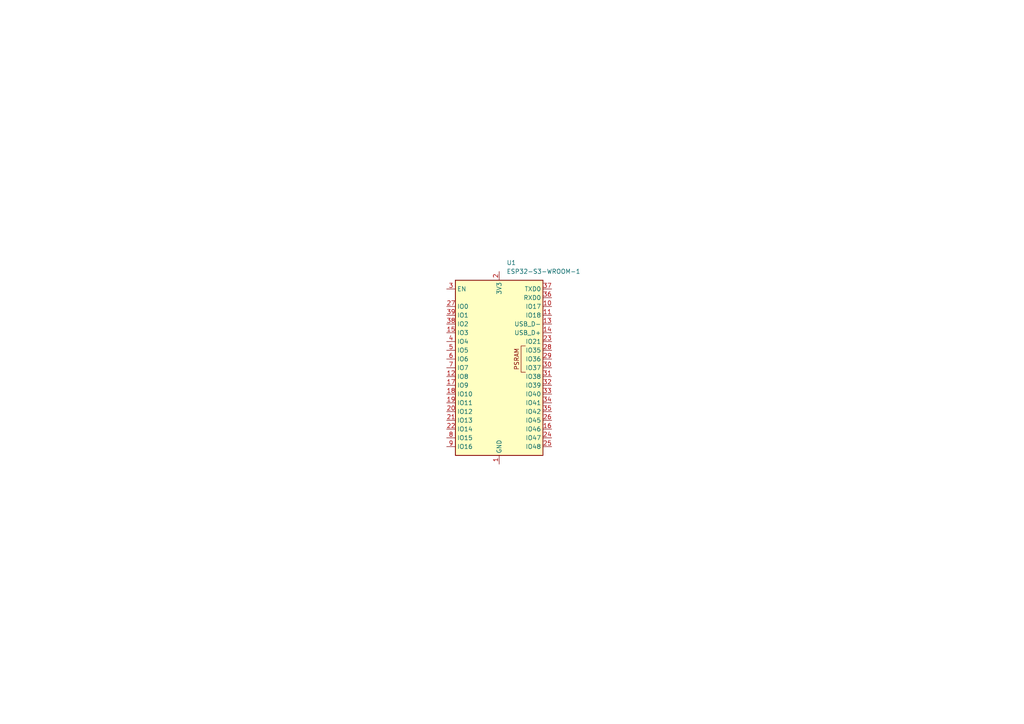
<source format=kicad_sch>
(kicad_sch (version 20250114) (generator "eeschema") (generator_version "9.0")
  (paper "A4")
  (lib_symbols
    (symbol "Custom:ESP32-S3-WROOM-1"
      (property "Reference" "U" (at -12.7 26.67 0))
      (property "Value" "ESP32-S3-WROOM-1" (at 12.7 26.67 0))
      (symbol "ESP32-S3-WROOM-1_0_0"
        (rectangle (start -12.7 25.4) (end 12.7 -25.4) (stroke (width 0.254)) (fill (type background)))
        (text "PSRAM" (at 5.08 2.54 900) (effects (font (size 1.27 1.27))))
      )
      (symbol "ESP32-S3-WROOM-1_0_1"
        (polyline (pts (xy 7.62 -1.27) (xy 6.35 -1.27) (xy 6.35 6.35) (xy 7.62 6.35)))
      )
      (symbol "ESP32-S3-WROOM-1_1_1"
        (pin input line (at -15.24 22.86 0) (length 2.54) (name "EN") (number "3"))
        (pin bidirectional line (at -15.24 17.78 0) (length 2.54) (name "IO0") (number "27"))
        (pin bidirectional line (at -15.24 15.24 0) (length 2.54) (name "IO1") (number "39"))
        (pin bidirectional line (at -15.24 12.7 0) (length 2.54) (name "IO2") (number "38"))
        (pin bidirectional line (at -15.24 10.16 0) (length 2.54) (name "IO3") (number "15"))
        (pin bidirectional line (at -15.24 7.62 0) (length 2.54) (name "IO4") (number "4"))
        (pin bidirectional line (at -15.24 5.08 0) (length 2.54) (name "IO5") (number "5"))
        (pin bidirectional line (at -15.24 2.54 0) (length 2.54) (name "IO6") (number "6"))
        (pin bidirectional line (at -15.24 0 0) (length 2.54) (name "IO7") (number "7"))
        (pin bidirectional line (at -15.24 -2.54 0) (length 2.54) (name "IO8") (number "12"))
        (pin bidirectional line (at -15.24 -5.08 0) (length 2.54) (name "IO9") (number "17"))
        (pin bidirectional line (at -15.24 -7.62 0) (length 2.54) (name "IO10") (number "18"))
        (pin bidirectional line (at -15.24 -10.16 0) (length 2.54) (name "IO11") (number "19"))
        (pin bidirectional line (at -15.24 -12.7 0) (length 2.54) (name "IO12") (number "20"))
        (pin bidirectional line (at -15.24 -15.24 0) (length 2.54) (name "IO13") (number "21"))
        (pin bidirectional line (at -15.24 -17.78 0) (length 2.54) (name "IO14") (number "22"))
        (pin bidirectional line (at -15.24 -20.32 0) (length 2.54) (name "IO15") (number "8"))
        (pin bidirectional line (at -15.24 -22.86 0) (length 2.54) (name "IO16") (number "9"))
        (pin power_in line (at 0 27.94 270) (length 2.54) (name "3V3") (number "2"))
        (pin power_in line (at 0 -27.94 90) (length 2.54) (name "GND") (number "1"))
        (pin passive line (at 0 -27.94 90) (length 2.54) (hide yes) (name "GND") (number "40"))
        (pin passive line (at 0 -27.94 90) (length 2.54) (hide yes) (name "GND") (number "41"))
        (pin bidirectional line (at 15.24 22.86 180) (length 2.54) (name "TXD0") (number "37"))
        (pin bidirectional line (at 15.24 20.32 180) (length 2.54) (name "RXD0") (number "36"))
        (pin bidirectional line (at 15.24 17.78 180) (length 2.54) (name "IO17") (number "10"))
        (pin bidirectional line (at 15.24 15.24 180) (length 2.54) (name "IO18") (number "11"))
        (pin bidirectional line (at 15.24 12.7 180) (length 2.54) (name "USB_D-") (number "13"))
        (pin bidirectional line (at 15.24 10.16 180) (length 2.54) (name "USB_D+") (number "14"))
        (pin bidirectional line (at 15.24 7.62 180) (length 2.54) (name "IO21") (number "23"))
        (pin bidirectional line (at 15.24 5.08 180) (length 2.54) (name "IO35") (number "28"))
        (pin bidirectional line (at 15.24 2.54 180) (length 2.54) (name "IO36") (number "29"))
        (pin bidirectional line (at 15.24 0 180) (length 2.54) (name "IO37") (number "30"))
        (pin bidirectional line (at 15.24 -2.54 180) (length 2.54) (name "IO38") (number "31"))
        (pin bidirectional line (at 15.24 -5.08 180) (length 2.54) (name "IO39") (number "32"))
        (pin bidirectional line (at 15.24 -7.62 180) (length 2.54) (name "IO40") (number "33"))
        (pin bidirectional line (at 15.24 -10.16 180) (length 2.54) (name "IO41") (number "34"))
        (pin bidirectional line (at 15.24 -12.7 180) (length 2.54) (name "IO42") (number "35"))
        (pin bidirectional line (at 15.24 -15.24 180) (length 2.54) (name "IO45") (number "26"))
        (pin bidirectional line (at 15.24 -17.78 180) (length 2.54) (name "IO46") (number "16"))
        (pin bidirectional line (at 15.24 -20.32 180) (length 2.54) (name "IO47") (number "24"))
        (pin bidirectional line (at 15.24 -22.86 180) (length 2.54) (name "IO48") (number "25"))
      )
    )
  )
  (symbol (lib_id "Custom:ESP32-S3-WROOM-1") (at 144.78 106.68 0) (unit 1)
    (property "Reference" "U1" (at 146.9233 76.2 0) (effects (justify left)))
    (property "Value" "ESP32-S3-WROOM-1" (at 146.9233 78.74 0) (effects (justify left)))
    (property "Footprint" "Custom:ESP32-S3-WROOM-1" (effects (hide yes)))
    (property "Datasheet" "https://www.espressif.com/sites/default/files/documentation/esp32-s3-wroom-1_wroom-1u_datasheet_en.pdf" (effects (hide yes)))
    (property "Description" "RF Module, ESP32-S3 SoC, Wi-Fi 802.11b/g/n, Bluetooth, BLE, 32-bit, 3.3V, onboard antenna, SMD" (effects (hide yes)))
    (property "LCSC Part #" "C2913204" (effects (hide yes)))
    (property "MFR Part #" "ESP32-S3-WROOM-1-N8R2" (effects (hide yes)))
  )
)
</source>
